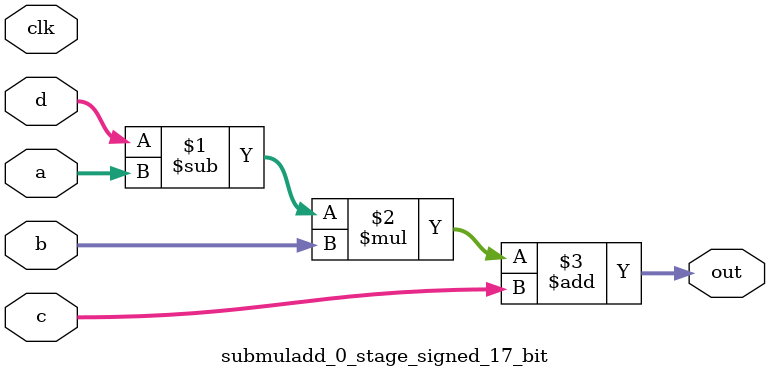
<source format=sv>
(* use_dsp = "yes" *) module submuladd_0_stage_signed_17_bit(
	input signed [16:0] a,
	input signed [16:0] b,
	input signed [16:0] c,
	input signed [16:0] d,
	output [16:0] out,
	input clk);

	assign out = ((d - a) * b) + c;
endmodule

</source>
